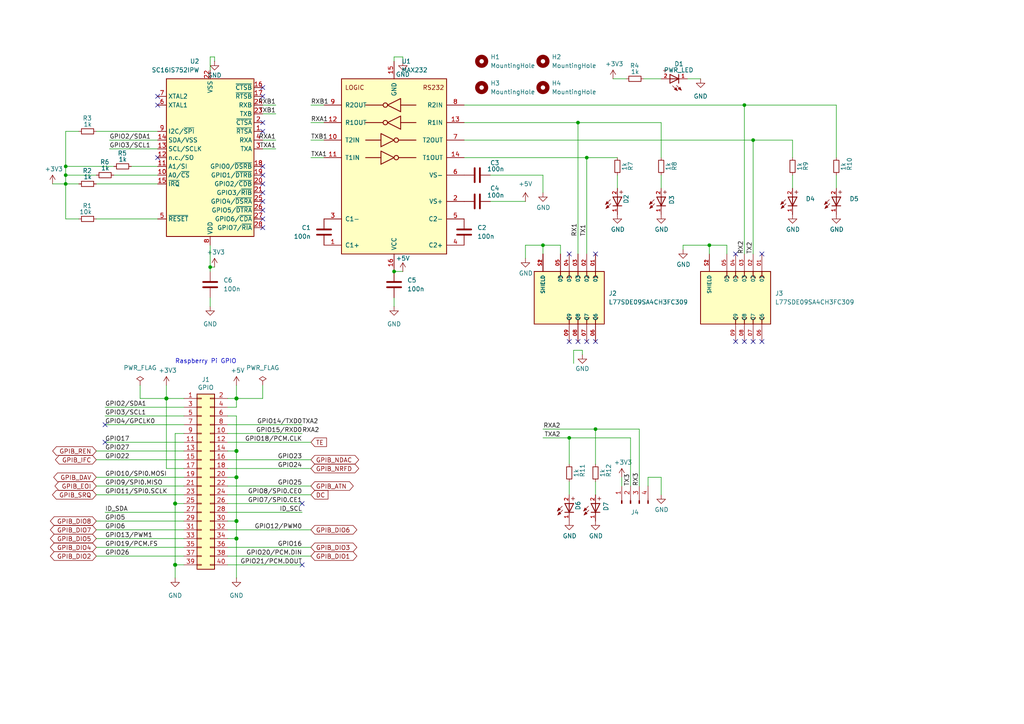
<source format=kicad_sch>
(kicad_sch (version 20250114) (generator "eeschema") (generator_version "9.0")
  (paper "A4")
  (title_block (title "Alex Harris Senior Capstone") (date "2025-03-08") (rev "3") (company "University of Utah"))
  (lib_symbols
    (symbol "+5V_1" (power) (pin_names (offset 0))
      (property "Value" "+5V" (at 0 3.556 0))
      (symbol "+5V_1_1_1"
        (pin power_in line (at 0 0 90) (length 0) (hide yes) (name "+5V") (number "1"))
      )
    )
    (symbol "Connector:Conn_01x04_Pin" (pin_names (offset 1.016) (hide yes))
      (property "Reference" "J" (at 0 5.08 0))
      (property "Value" "Conn_01x04_Pin" (at 0 -7.62 0))
      (symbol "Conn_01x04_Pin_1_1"
        (pin passive line (at 5.08 2.54 180) (length 3.81) (name "Pin_1") (number "1"))
        (pin passive line (at 5.08 0 180) (length 3.81) (name "Pin_2") (number "2"))
        (pin passive line (at 5.08 -2.54 180) (length 3.81) (name "Pin_3") (number "3"))
        (pin passive line (at 5.08 -5.08 180) (length 3.81) (name "Pin_4") (number "4"))
      )
    )
    (symbol "Connector_Generic:Conn_02x20_Odd_Even" (pin_names (offset 1.016) (hide yes))
      (property "Reference" "J" (at 1.27 25.4 0))
      (property "Value" "Conn_02x20_Odd_Even" (at 1.27 -27.94 0))
      (symbol "Conn_02x20_Odd_Even_1_1"
        (pin passive line (at -5.08 22.86 0) (length 3.81) (name "Pin_1") (number "1"))
        (pin passive line (at -5.08 20.32 0) (length 3.81) (name "Pin_3") (number "3"))
        (pin passive line (at -5.08 17.78 0) (length 3.81) (name "Pin_5") (number "5"))
        (pin passive line (at -5.08 15.24 0) (length 3.81) (name "Pin_7") (number "7"))
        (pin passive line (at -5.08 12.7 0) (length 3.81) (name "Pin_9") (number "9"))
        (pin passive line (at -5.08 10.16 0) (length 3.81) (name "Pin_11") (number "11"))
        (pin passive line (at -5.08 7.62 0) (length 3.81) (name "Pin_13") (number "13"))
        (pin passive line (at -5.08 5.08 0) (length 3.81) (name "Pin_15") (number "15"))
        (pin passive line (at -5.08 2.54 0) (length 3.81) (name "Pin_17") (number "17"))
        (pin passive line (at -5.08 0 0) (length 3.81) (name "Pin_19") (number "19"))
        (pin passive line (at -5.08 -2.54 0) (length 3.81) (name "Pin_21") (number "21"))
        (pin passive line (at -5.08 -5.08 0) (length 3.81) (name "Pin_23") (number "23"))
        (pin passive line (at -5.08 -7.62 0) (length 3.81) (name "Pin_25") (number "25"))
        (pin passive line (at -5.08 -10.16 0) (length 3.81) (name "Pin_27") (number "27"))
        (pin passive line (at -5.08 -12.7 0) (length 3.81) (name "Pin_29") (number "29"))
        (pin passive line (at -5.08 -15.24 0) (length 3.81) (name "Pin_31") (number "31"))
        (pin passive line (at -5.08 -17.78 0) (length 3.81) (name "Pin_33") (number "33"))
        (pin passive line (at -5.08 -20.32 0) (length 3.81) (name "Pin_35") (number "35"))
        (pin passive line (at -5.08 -22.86 0) (length 3.81) (name "Pin_37") (number "37"))
        (pin passive line (at -5.08 -25.4 0) (length 3.81) (name "Pin_39") (number "39"))
        (pin passive line (at 7.62 22.86 180) (length 3.81) (name "Pin_2") (number "2"))
        (pin passive line (at 7.62 20.32 180) (length 3.81) (name "Pin_4") (number "4"))
        (pin passive line (at 7.62 17.78 180) (length 3.81) (name "Pin_6") (number "6"))
        (pin passive line (at 7.62 15.24 180) (length 3.81) (name "Pin_8") (number "8"))
        (pin passive line (at 7.62 12.7 180) (length 3.81) (name "Pin_10") (number "10"))
        (pin passive line (at 7.62 10.16 180) (length 3.81) (name "Pin_12") (number "12"))
        (pin passive line (at 7.62 7.62 180) (length 3.81) (name "Pin_14") (number "14"))
        (pin passive line (at 7.62 5.08 180) (length 3.81) (name "Pin_16") (number "16"))
        (pin passive line (at 7.62 2.54 180) (length 3.81) (name "Pin_18") (number "18"))
        (pin passive line (at 7.62 0 180) (length 3.81) (name "Pin_20") (number "20"))
        (pin passive line (at 7.62 -2.54 180) (length 3.81) (name "Pin_22") (number "22"))
        (pin passive line (at 7.62 -5.08 180) (length 3.81) (name "Pin_24") (number "24"))
        (pin passive line (at 7.62 -7.62 180) (length 3.81) (name "Pin_26") (number "26"))
        (pin passive line (at 7.62 -10.16 180) (length 3.81) (name "Pin_28") (number "28"))
        (pin passive line (at 7.62 -12.7 180) (length 3.81) (name "Pin_30") (number "30"))
        (pin passive line (at 7.62 -15.24 180) (length 3.81) (name "Pin_32") (number "32"))
        (pin passive line (at 7.62 -17.78 180) (length 3.81) (name "Pin_34") (number "34"))
        (pin passive line (at 7.62 -20.32 180) (length 3.81) (name "Pin_36") (number "36"))
        (pin passive line (at 7.62 -22.86 180) (length 3.81) (name "Pin_38") (number "38"))
        (pin passive line (at 7.62 -25.4 180) (length 3.81) (name "Pin_40") (number "40"))
      )
    )
    (symbol "Device:C" (pin_numbers (hide yes)) (pin_names (offset 0.254))
      (property "Reference" "C" (at 0.635 2.54 0))
      (property "Value" "C" (at 0.635 -2.54 0))
      (symbol "C_1_1"
        (pin passive line (at 0 3.81 270) (length 2.794) (name "~") (number "1"))
        (pin passive line (at 0 -3.81 90) (length 2.794) (name "~") (number "2"))
      )
    )
    (symbol "Device:R_Small" (pin_numbers (hide yes)) (pin_names (offset 0.254) (hide yes))
      (property "Reference" "R" (at 0.762 0.508 0))
      (property "Value" "R_Small" (at 0.762 -1.016 0))
      (symbol "R_Small_1_1"
        (pin passive line (at 0 2.54 270) (length 0.762) (name "~") (number "1"))
        (pin passive line (at 0 -2.54 90) (length 0.762) (name "~") (number "2"))
      )
    )
    (symbol "GND_1" (power) (pin_numbers (hide yes)) (pin_names (offset 0) (hide yes))
      (property "Value" "GND" (at 0 -3.81 0))
      (symbol "GND_1_1_1"
        (pin power_in line (at 0 0 270) (length 0) (name "~") (number "1"))
      )
    )
    (symbol "Interface_UART:MAX232" (pin_names (offset 1.016))
      (property "Reference" "U" (at -2.54 28.575 0))
      (property "Value" "MAX232" (at -2.54 26.67 0))
      (symbol "MAX232_0_0"
        (text "LOGIC" (at -11.43 -22.86 0) (effects (font (size 1.27 1.27))))
        (text "RS232" (at 11.43 -22.86 0) (effects (font (size 1.27 1.27))))
      )
      (symbol "MAX232_1_1"
        (pin passive line (at -20.32 22.86 0) (length 5.08) (name "C1+") (number "1"))
        (pin passive line (at -20.32 15.24 0) (length 5.08) (name "C1-") (number "3"))
        (pin input line (at -20.32 -2.54 0) (length 5.08) (name "T1IN") (number "11"))
        (pin input line (at -20.32 -7.62 0) (length 5.08) (name "T2IN") (number "10"))
        (pin output line (at -20.32 -12.7 0) (length 5.08) (name "R1OUT") (number "12"))
        (pin output line (at -20.32 -17.78 0) (length 5.08) (name "R2OUT") (number "9"))
        (pin power_in line (at 0 30.48 270) (length 5.08) (name "VCC") (number "16"))
        (pin power_in line (at 0 -30.48 90) (length 5.08) (name "GND") (number "15"))
        (pin passive line (at 20.32 22.86 180) (length 5.08) (name "C2+") (number "4"))
        (pin passive line (at 20.32 15.24 180) (length 5.08) (name "C2-") (number "5"))
        (pin power_out line (at 20.32 10.16 180) (length 5.08) (name "VS+") (number "2"))
        (pin power_out line (at 20.32 2.54 180) (length 5.08) (name "VS-") (number "6"))
        (pin output line (at 20.32 -2.54 180) (length 5.08) (name "T1OUT") (number "14"))
        (pin output line (at 20.32 -7.62 180) (length 5.08) (name "T2OUT") (number "7"))
        (pin input line (at 20.32 -12.7 180) (length 5.08) (name "R1IN") (number "13"))
        (pin input line (at 20.32 -17.78 180) (length 5.08) (name "R2IN") (number "8"))
      )
    )
    (symbol "Interface_UART:SC16IS752IPW"
      (property "Reference" "U" (at -11.43 24.13 0))
      (property "Value" "SC16IS752IPW" (at 7.62 24.13 0))
      (symbol "SC16IS752IPW_1_1"
        (pin input line (at -15.24 17.78 0) (length 2.54) (name "~{RESET}") (number "5"))
        (pin open_collector line (at -15.24 7.62 0) (length 2.54) (name "~{IRQ}") (number "15"))
        (pin input line (at -15.24 5.08 0) (length 2.54) (name "A0/~{CS}") (number "10"))
        (pin input line (at -15.24 2.54 0) (length 2.54) (name "A1/SI") (number "11"))
        (pin output line (at -15.24 0 0) (length 2.54) (name "n.c./SO") (number "12"))
        (pin input line (at -15.24 -2.54 0) (length 2.54) (name "SCL/SCLK") (number "13"))
        (pin bidirectional line (at -15.24 -5.08 0) (length 2.54) (name "SDA/VSS") (number "14"))
        (pin input line (at -15.24 -7.62 0) (length 2.54) (name "I2C/~{SPI}") (number "9"))
        (pin input line (at -15.24 -15.24 0) (length 2.54) (name "XTAL1") (number "6"))
        (pin output line (at -15.24 -17.78 0) (length 2.54) (name "XTAL2") (number "7"))
        (pin power_in line (at 0 25.4 270) (length 2.54) (name "VDD") (number "8"))
        (pin power_in line (at 0 -25.4 90) (length 2.54) (name "VSS") (number "22"))
        (pin bidirectional line (at 15.24 20.32 180) (length 2.54) (name "GPIO7/~{RIA}") (number "28"))
        (pin bidirectional line (at 15.24 17.78 180) (length 2.54) (name "GPIO6/~{CDA}") (number "27"))
        (pin bidirectional line (at 15.24 15.24 180) (length 2.54) (name "GPIO5/~{DTRA}") (number "26"))
        (pin bidirectional line (at 15.24 12.7 180) (length 2.54) (name "GPIO4/~{DSRA}") (number "25"))
        (pin bidirectional line (at 15.24 10.16 180) (length 2.54) (name "GPIO3/~{RIB}") (number "21"))
        (pin bidirectional line (at 15.24 7.62 180) (length 2.54) (name "GPIO2/~{CDB}") (number "20"))
        (pin bidirectional line (at 15.24 5.08 180) (length 2.54) (name "GPIO1/~{DTRB}") (number "19"))
        (pin bidirectional line (at 15.24 2.54 180) (length 2.54) (name "GPIO0/~{DSRB}") (number "18"))
        (pin output line (at 15.24 -2.54 180) (length 2.54) (name "TXA") (number "3"))
        (pin input line (at 15.24 -5.08 180) (length 2.54) (name "RXA") (number "4"))
        (pin output line (at 15.24 -7.62 180) (length 2.54) (name "~{RTSA}") (number "1"))
        (pin input line (at 15.24 -10.16 180) (length 2.54) (name "~{CTSA}") (number "2"))
        (pin output line (at 15.24 -12.7 180) (length 2.54) (name "TXB") (number "23"))
        (pin input line (at 15.24 -15.24 180) (length 2.54) (name "RXB") (number "24"))
        (pin output line (at 15.24 -17.78 180) (length 2.54) (name "~{RTSB}") (number "17"))
        (pin input line (at 15.24 -20.32 180) (length 2.54) (name "~{CTSB}") (number "16"))
      )
    )
    (symbol "L77SDE09SA4CH3FC309:L77SDE09SA4CH3FC309" (pin_names (offset 1.016))
      (property "Reference" "J" (at -7.62 11.43 0))
      (property "Value" "L77SDE09SA4CH3FC309" (at -7.62 -12.7 0))
      (symbol "L77SDE09SA4CH3FC309_0_0"
        (pin passive line (at -12.7 7.62 0) (length 5.08) (name "01") (number "01"))
        (pin passive line (at -12.7 5.08 0) (length 5.08) (name "02") (number "02"))
        (pin passive line (at -12.7 2.54 0) (length 5.08) (name "03") (number "03"))
        (pin passive line (at -12.7 0 0) (length 5.08) (name "04") (number "04"))
        (pin passive line (at -12.7 -2.54 0) (length 5.08) (name "05") (number "05"))
        (pin passive line (at -12.7 -7.62 0) (length 5.08) (name "SHIELD") (number "S1"))
        (pin passive line (at -12.7 -7.62 0) (length 5.08) (name "SHIELD") (number "S2"))
        (pin passive line (at 12.7 7.62 180) (length 5.08) (name "06") (number "06"))
        (pin passive line (at 12.7 5.08 180) (length 5.08) (name "07") (number "07"))
        (pin passive line (at 12.7 2.54 180) (length 5.08) (name "08") (number "08"))
        (pin passive line (at 12.7 0 180) (length 5.08) (name "09") (number "09"))
      )
    )
    (symbol "Mechanical:MountingHole" (pin_names (offset 1.016)) (exclude_from_sim yes) (in_bom no)
      (property "Reference" "H" (at 0 5.08 0))
      (property "Value" "MountingHole" (at 0 3.175 0))
    )
    (symbol "WL-SMCW_0603:WL-SMCW_0603" (pin_names (offset 1.016))
      (property "Reference" "D" (at -1.988 3.972 0))
      (property "Value" "WL-SMCW_0603" (at -2.628 -3.928 0))
      (symbol "WL-SMCW_0603_0_0"
        (text "+" (at 3.08 -1.74 0) (effects (font (size 1.27 1.27)) (justify left bottom)))
        (pin passive line (at -2.54 0 0) (length 2.54) (name "~") (number "1"))
        (pin passive line (at 5.08 0 180) (length 2.54) (name "~") (number "2"))
      )
    )
    (symbol "power:+3.3V" (power) (pin_names (offset 0))
      (property "Value" "+3.3V" (at 0 3.556 0))
      (symbol "+3.3V_1_1"
        (pin power_in line (at 0 0 90) (length 0) (hide yes) (name "+3V3") (number "1"))
      )
    )
    (symbol "power:+5V" (power) (pin_numbers (hide yes)) (pin_names (offset 0) (hide yes))
      (property "Value" "+5V" (at 0 3.556 0))
      (symbol "+5V_1_1"
        (pin power_in line (at 0 0 90) (length 0) (name "~") (number "1"))
      )
    )
    (symbol "power:GND" (power) (pin_names (offset 0))
      (property "Value" "GND" (at 0 -3.81 0))
      (symbol "GND_1_1"
        (pin power_in line (at 0 0 270) (length 0) (hide yes) (name "GND") (number "1"))
      )
    )
    (symbol "power:PWR_FLAG" (power) (pin_numbers (hide yes)) (pin_names (offset 0) (hide yes))
      (property "Value" "PWR_FLAG" (at 0 3.81 0))
      (symbol "PWR_FLAG_0_0"
        (pin power_out line (at 0 0 90) (length 0) (name "~") (number "1"))
      )
    )
  )
  (text "Raspberry Pi GPIO\n" (at 59.69 104.902 0) (effects (font (size 1.27 1.27))))
  (junction (at 205.74 71.12))
  (junction (at 19.05 50.8))
  (junction (at 68.58 115.57) (diameter 1.016))
  (junction (at 68.58 130.81) (diameter 1.016))
  (junction (at 218.44 40.64))
  (junction (at 19.05 53.34))
  (junction (at 114.3 78.74))
  (junction (at 170.18 45.72))
  (junction (at 50.8 163.83) (diameter 1.016))
  (junction (at 167.64 35.56))
  (junction (at 60.96 77.47))
  (junction (at 50.8 146.05) (diameter 1.016))
  (junction (at 68.58 156.21) (diameter 1.016))
  (junction (at 68.58 151.13) (diameter 1.016))
  (junction (at 68.58 138.43) (diameter 1.016))
  (junction (at 172.72 124.46))
  (junction (at 19.05 48.26))
  (junction (at 215.9 30.48))
  (junction (at 165.1 127))
  (junction (at 48.26 115.57) (diameter 1.016))
  (junction (at 157.48 71.12))
  (no_connect (at 220.98 99.06))
  (no_connect (at 76.2 48.26))
  (no_connect (at 45.72 45.72))
  (no_connect (at 87.63 163.83))
  (no_connect (at 76.2 27.94))
  (no_connect (at 215.9 99.06))
  (no_connect (at 76.2 38.1))
  (no_connect (at 165.1 73.66))
  (no_connect (at 213.36 99.06))
  (no_connect (at 76.2 25.4))
  (no_connect (at 76.2 66.04))
  (no_connect (at 170.18 99.06))
  (no_connect (at 45.72 30.48))
  (no_connect (at 30.48 123.19))
  (no_connect (at 76.2 60.96))
  (no_connect (at 30.48 128.27))
  (no_connect (at 76.2 50.8))
  (no_connect (at 213.36 73.66))
  (no_connect (at 76.2 55.88))
  (no_connect (at 45.72 27.94))
  (no_connect (at 76.2 63.5))
  (no_connect (at 218.44 99.06))
  (no_connect (at 76.2 35.56))
  (no_connect (at 165.1 99.06))
  (no_connect (at 220.98 73.66))
  (no_connect (at 172.72 73.66))
  (no_connect (at 167.64 99.06))
  (no_connect (at 87.63 146.05))
  (no_connect (at 172.72 99.06))
  (no_connect (at 76.2 58.42))
  (no_connect (at 76.2 53.34))
  (wire (pts (xy 50.8 146.05) (xy 50.8 163.83)))
  (wire (pts (xy 66.04 146.05) (xy 87.63 146.05)))
  (wire (pts (xy 19.05 63.5) (xy 22.86 63.5)))
  (wire (pts (xy 53.34 128.27) (xy 30.48 128.27)))
  (wire (pts (xy 27.94 140.97) (xy 53.34 140.97)))
  (wire (pts (xy 166.37 101.6) (xy 168.91 101.6)))
  (wire (pts (xy 215.9 30.48) (xy 242.57 30.48)))
  (wire (pts (xy 68.58 120.65) (xy 68.58 130.81)))
  (wire (pts (xy 68.58 138.43) (xy 66.04 138.43)))
  (wire (pts (xy 187.96 138.43) (xy 187.96 140.97)))
  (wire (pts (xy 134.62 35.56) (xy 167.64 35.56)))
  (wire (pts (xy 114.3 17.78) (xy 114.3 16.51)))
  (wire (pts (xy 68.58 151.13) (xy 68.58 156.21)))
  (wire (pts (xy 180.34 138.43) (xy 180.34 140.97)))
  (wire (pts (xy 205.74 71.12) (xy 210.82 71.12)))
  (wire (pts (xy 76.2 33.02) (xy 80.01 33.02)))
  (wire (pts (xy 19.05 53.34) (xy 19.05 50.8)))
  (wire (pts (xy 68.58 138.43) (xy 68.58 151.13)))
  (wire (pts (xy 66.04 123.19) (xy 87.63 123.19)))
  (wire (pts (xy 60.96 20.32) (xy 60.96 16.51)))
  (wire (pts (xy 187.96 138.43) (xy 191.77 138.43)))
  (wire (pts (xy 50.8 125.73) (xy 50.8 146.05)))
  (wire (pts (xy 114.3 78.74) (xy 116.84 78.74)))
  (wire (pts (xy 165.1 139.7) (xy 165.1 143.51)))
  (wire (pts (xy 31.75 40.64) (xy 45.72 40.64)))
  (wire (pts (xy 198.12 71.12) (xy 205.74 71.12)))
  (wire (pts (xy 50.8 125.73) (xy 53.34 125.73)))
  (wire (pts (xy 66.04 143.51) (xy 90.17 143.51)))
  (wire (pts (xy 27.94 133.35) (xy 53.34 133.35)))
  (wire (pts (xy 19.05 48.26) (xy 19.05 38.1)))
  (wire (pts (xy 53.34 148.59) (xy 30.48 148.59)))
  (wire (pts (xy 205.74 71.12) (xy 205.74 73.66)))
  (wire (pts (xy 198.12 71.12) (xy 198.12 72.39)))
  (wire (pts (xy 27.94 153.67) (xy 53.34 153.67)))
  (wire (pts (xy 172.72 124.46) (xy 172.72 134.62)))
  (wire (pts (xy 90.17 35.56) (xy 93.98 35.56)))
  (wire (pts (xy 50.8 146.05) (xy 53.34 146.05)))
  (wire (pts (xy 199.39 22.86) (xy 203.2 22.86)))
  (wire (pts (xy 38.1 48.26) (xy 45.72 48.26)))
  (wire (pts (xy 90.17 30.48) (xy 93.98 30.48)))
  (wire (pts (xy 66.04 133.35) (xy 90.17 133.35)))
  (wire (pts (xy 27.94 38.1) (xy 45.72 38.1)))
  (wire (pts (xy 157.48 71.12) (xy 157.48 73.66)))
  (wire (pts (xy 60.96 16.51) (xy 62.23 16.51)))
  (wire (pts (xy 167.64 35.56) (xy 167.64 73.66)))
  (wire (pts (xy 191.77 35.56) (xy 191.77 45.72)))
  (wire (pts (xy 66.04 163.83) (xy 87.63 163.83)))
  (wire (pts (xy 50.8 163.83) (xy 50.8 167.64)))
  (wire (pts (xy 48.26 111.76) (xy 48.26 115.57)))
  (wire (pts (xy 114.3 16.51) (xy 116.84 16.51)))
  (wire (pts (xy 166.37 105.41) (xy 166.37 101.6)))
  (wire (pts (xy 19.05 50.8) (xy 27.94 50.8)))
  (wire (pts (xy 90.17 45.72) (xy 93.98 45.72)))
  (wire (pts (xy 165.1 127) (xy 165.1 134.62)))
  (wire (pts (xy 68.58 156.21) (xy 66.04 156.21)))
  (wire (pts (xy 68.58 115.57) (xy 76.2 115.57)))
  (wire (pts (xy 134.62 30.48) (xy 215.9 30.48)))
  (wire (pts (xy 27.94 161.29) (xy 53.34 161.29)))
  (wire (pts (xy 30.48 120.65) (xy 53.34 120.65)))
  (wire (pts (xy 182.88 127) (xy 182.88 140.97)))
  (wire (pts (xy 165.1 127) (xy 182.88 127)))
  (wire (pts (xy 242.57 30.48) (xy 242.57 45.72)))
  (wire (pts (xy 172.72 124.46) (xy 185.42 124.46)))
  (wire (pts (xy 191.77 50.8) (xy 191.77 54.61)))
  (wire (pts (xy 40.64 111.76) (xy 40.64 115.57)))
  (wire (pts (xy 170.18 45.72) (xy 170.18 73.66)))
  (wire (pts (xy 167.64 35.56) (xy 191.77 35.56)))
  (wire (pts (xy 48.26 135.89) (xy 53.34 135.89)))
  (wire (pts (xy 76.2 115.57) (xy 76.2 111.76)))
  (wire (pts (xy 19.05 63.5) (xy 19.05 53.34)))
  (wire (pts (xy 185.42 124.46) (xy 185.42 140.97)))
  (wire (pts (xy 76.2 43.18) (xy 80.01 43.18)))
  (wire (pts (xy 19.05 53.34) (xy 22.86 53.34)))
  (wire (pts (xy 60.96 78.74) (xy 60.96 77.47)))
  (wire (pts (xy 53.34 118.11) (xy 30.48 118.11)))
  (wire (pts (xy 172.72 139.7) (xy 172.72 143.51)))
  (wire (pts (xy 68.58 115.57) (xy 68.58 118.11)))
  (wire (pts (xy 68.58 130.81) (xy 68.58 138.43)))
  (wire (pts (xy 218.44 40.64) (xy 229.87 40.64)))
  (wire (pts (xy 66.04 128.27) (xy 90.17 128.27)))
  (wire (pts (xy 229.87 40.64) (xy 229.87 45.72)))
  (wire (pts (xy 68.58 130.81) (xy 66.04 130.81)))
  (wire (pts (xy 134.62 45.72) (xy 170.18 45.72)))
  (wire (pts (xy 68.58 111.76) (xy 68.58 115.57)))
  (wire (pts (xy 157.48 50.8) (xy 142.24 50.8)))
  (wire (pts (xy 114.3 86.36) (xy 114.3 88.9)))
  (wire (pts (xy 30.48 123.19) (xy 53.34 123.19)))
  (wire (pts (xy 186.69 22.86) (xy 191.77 22.86)))
  (wire (pts (xy 68.58 115.57) (xy 66.04 115.57)))
  (wire (pts (xy 48.26 115.57) (xy 48.26 135.89)))
  (wire (pts (xy 66.04 135.89) (xy 90.17 135.89)))
  (wire (pts (xy 66.04 125.73) (xy 87.63 125.73)))
  (wire (pts (xy 40.64 115.57) (xy 48.26 115.57)))
  (wire (pts (xy 218.44 40.64) (xy 218.44 73.66)))
  (wire (pts (xy 229.87 50.8) (xy 229.87 54.61)))
  (wire (pts (xy 242.57 50.8) (xy 242.57 54.61)))
  (wire (pts (xy 27.94 151.13) (xy 53.34 151.13)))
  (wire (pts (xy 152.4 71.12) (xy 157.48 71.12)))
  (wire (pts (xy 19.05 50.8) (xy 19.05 48.26)))
  (wire (pts (xy 215.9 30.48) (xy 215.9 73.66)))
  (wire (pts (xy 162.56 71.12) (xy 162.56 73.66)))
  (wire (pts (xy 177.8 22.86) (xy 181.61 22.86)))
  (wire (pts (xy 19.05 38.1) (xy 22.86 38.1)))
  (wire (pts (xy 27.94 130.81) (xy 53.34 130.81)))
  (wire (pts (xy 27.94 53.34) (xy 45.72 53.34)))
  (wire (pts (xy 68.58 118.11) (xy 66.04 118.11)))
  (wire (pts (xy 116.84 16.51) (xy 116.84 17.78)))
  (wire (pts (xy 33.02 50.8) (xy 45.72 50.8)))
  (wire (pts (xy 66.04 158.75) (xy 90.17 158.75)))
  (wire (pts (xy 66.04 153.67) (xy 90.17 153.67)))
  (wire (pts (xy 50.8 163.83) (xy 53.34 163.83)))
  (wire (pts (xy 27.94 138.43) (xy 53.34 138.43)))
  (wire (pts (xy 66.04 161.29) (xy 90.17 161.29)))
  (wire (pts (xy 210.82 71.12) (xy 210.82 73.66)))
  (wire (pts (xy 68.58 120.65) (xy 66.04 120.65)))
  (wire (pts (xy 168.91 101.6) (xy 168.91 102.87)))
  (wire (pts (xy 62.23 77.47) (xy 60.96 77.47)))
  (wire (pts (xy 19.05 48.26) (xy 33.02 48.26)))
  (wire (pts (xy 27.94 63.5) (xy 45.72 63.5)))
  (wire (pts (xy 90.17 40.64) (xy 93.98 40.64)))
  (wire (pts (xy 157.48 127) (xy 165.1 127)))
  (wire (pts (xy 142.24 58.42) (xy 152.4 58.42)))
  (wire (pts (xy 191.77 138.43) (xy 191.77 143.51)))
  (wire (pts (xy 157.48 55.88) (xy 157.48 50.8)))
  (wire (pts (xy 27.94 156.21) (xy 53.34 156.21)))
  (wire (pts (xy 60.96 86.36) (xy 60.96 88.9)))
  (wire (pts (xy 157.48 71.12) (xy 162.56 71.12)))
  (wire (pts (xy 31.75 43.18) (xy 45.72 43.18)))
  (wire (pts (xy 134.62 40.64) (xy 218.44 40.64)))
  (wire (pts (xy 170.18 45.72) (xy 179.07 45.72)))
  (wire (pts (xy 27.94 158.75) (xy 53.34 158.75)))
  (wire (pts (xy 68.58 156.21) (xy 68.58 167.64)))
  (wire (pts (xy 66.04 140.97) (xy 90.17 140.97)))
  (wire (pts (xy 157.48 124.46) (xy 172.72 124.46)))
  (wire (pts (xy 27.94 143.51) (xy 53.34 143.51)))
  (wire (pts (xy 76.2 40.64) (xy 80.01 40.64)))
  (wire (pts (xy 60.96 71.12) (xy 60.96 77.47)))
  (wire (pts (xy 68.58 151.13) (xy 66.04 151.13)))
  (wire (pts (xy 179.07 50.8) (xy 179.07 54.61)))
  (wire (pts (xy 152.4 71.12) (xy 152.4 74.93)))
  (wire (pts (xy 48.26 115.57) (xy 53.34 115.57)))
  (wire (pts (xy 76.2 30.48) (xy 80.01 30.48)))
  (wire (pts (xy 62.23 16.51) (xy 62.23 17.78)))
  (wire (pts (xy 15.24 53.34) (xy 19.05 53.34)))
  (wire (pts (xy 66.04 148.59) (xy 87.63 148.59)))
  (label "ID_SDA" (at 30.48 148.59 0))
  (label "GPIO2{slash}SDA1" (at 31.75 40.64 0))
  (label "GPIO6" (at 30.48 153.67 0))
  (label "TXB1" (at 90.17 40.64 0))
  (label "RXA2" (at 87.63 125.73 0))
  (label "TX3" (at 182.88 140.97 90))
  (label "TXA2" (at 87.63 123.19 0))
  (label "ID_SCL" (at 87.63 148.59 180))
  (label "GPIO5" (at 30.48 151.13 0))
  (label "GPIO3{slash}SCL1" (at 31.75 43.18 0))
  (label "GPIO21{slash}PCM.DOUT" (at 87.63 163.83 180))
  (label "GPIO19{slash}PCM.FS" (at 30.48 158.75 0))
  (label "GPIO10{slash}SPI0.MOSI" (at 30.48 138.43 0))
  (label "GPIO9{slash}SPI0.MISO" (at 30.48 140.97 0))
  (label "GPIO23" (at 87.63 133.35 180))
  (label "RXA1" (at 80.01 40.64 180))
  (label "GPIO4{slash}GPCLK0" (at 30.48 123.19 0))
  (label "GPIO27" (at 30.48 130.81 0))
  (label "GPIO26" (at 30.48 161.29 0))
  (label "TXA1" (at 80.01 43.18 180))
  (label "GPIO14{slash}TXD0" (at 87.63 123.19 180))
  (label "GPIO8{slash}SPI0.CE0" (at 87.63 143.51 180))
  (label "GPIO15{slash}RXD0" (at 87.63 125.73 180))
  (label "RX2" (at 215.9 73.66 90))
  (label "GPIO16" (at 87.63 158.75 180))
  (label "RXA2" (at 162.56 124.46 180))
  (label "RXA1" (at 90.17 35.56 0))
  (label "GPIO22" (at 30.48 133.35 0))
  (label "GPIO2{slash}SDA1" (at 30.48 118.11 0))
  (label "GPIO17" (at 30.48 128.27 0))
  (label "TXB1" (at 80.01 33.02 180))
  (label "GPIO25" (at 87.63 140.97 180))
  (label "RXB1" (at 90.17 30.48 0))
  (label "GPIO3{slash}SCL1" (at 30.48 120.65 0))
  (label "GPIO18{slash}PCM.CLK" (at 87.63 128.27 180))
  (label "GPIO12{slash}PWM0" (at 87.63 153.67 180))
  (label "RX3" (at 185.42 140.97 90))
  (label "GPIO13{slash}PWM1" (at 30.48 156.21 0))
  (label "GPIO20{slash}PCM.DIN" (at 87.63 161.29 180))
  (label "GPIO24" (at 87.63 135.89 180))
  (label "TX2" (at 218.44 73.66 90))
  (label "GPIO7{slash}SPI0.CE1" (at 87.63 146.05 180))
  (label "RX1" (at 167.64 68.58 90))
  (label "RXB1" (at 80.01 30.48 180))
  (label "TXA1" (at 90.17 45.72 0))
  (label "TXA2" (at 162.56 127 180))
  (label "GPIO11{slash}SPI0.SCLK" (at 30.48 143.51 0))
  (label "TX1" (at 170.18 68.58 90))
  (global_label "GPIB_DIO2" (shape bidirectional) (at 27.94 161.29 180) (property "Intersheetrefs" "${INTERSHEET_REFS}" (effects (hide yes))))
  (global_label "TE" (shape input) (at 90.17 128.27 0) (property "Intersheetrefs" "${INTERSHEET_REFS}" (effects (hide yes))))
  (global_label "GPIB_SRQ" (shape bidirectional) (at 27.94 143.51 180) (property "Intersheetrefs" "${INTERSHEET_REFS}" (effects (hide yes))))
  (global_label "GPIB_EOI" (shape bidirectional) (at 27.94 140.97 180) (property "Intersheetrefs" "${INTERSHEET_REFS}" (effects (hide yes))))
  (global_label "GPIB_NRFD" (shape bidirectional) (at 90.17 135.89 0) (property "Intersheetrefs" "${INTERSHEET_REFS}" (effects (hide yes))))
  (global_label "GPIB_DIO1" (shape bidirectional) (at 90.17 161.29 0) (property "Intersheetrefs" "${INTERSHEET_REFS}" (effects (hide yes))))
  (global_label "DC" (shape input) (at 90.17 143.51 0) (property "Intersheetrefs" "${INTERSHEET_REFS}" (effects (hide yes))))
  (global_label "GPIB_DIO4" (shape bidirectional) (at 27.94 158.75 180) (property "Intersheetrefs" "${INTERSHEET_REFS}" (effects (hide yes))))
  (global_label "GPIB_DIO8" (shape bidirectional) (at 27.94 151.13 180) (property "Intersheetrefs" "${INTERSHEET_REFS}" (effects (hide yes))))
  (global_label "GPIB_DIO6" (shape bidirectional) (at 90.17 153.67 0) (property "Intersheetrefs" "${INTERSHEET_REFS}" (effects (hide yes))))
  (global_label "GPIB_DIO3" (shape bidirectional) (at 90.17 158.75 0) (property "Intersheetrefs" "${INTERSHEET_REFS}" (effects (hide yes))))
  (global_label "GPIB_DIO5" (shape bidirectional) (at 27.94 156.21 180) (property "Intersheetrefs" "${INTERSHEET_REFS}" (effects (hide yes))))
  (global_label "GPIB_ATN" (shape bidirectional) (at 90.17 140.97 0) (property "Intersheetrefs" "${INTERSHEET_REFS}" (effects (hide yes))))
  (global_label "GPIB_DIO7" (shape bidirectional) (at 27.94 153.67 180) (property "Intersheetrefs" "${INTERSHEET_REFS}" (effects (hide yes))))
  (global_label "GPIB_REN" (shape bidirectional) (at 27.94 130.81 180) (property "Intersheetrefs" "${INTERSHEET_REFS}" (effects (hide yes))))
  (global_label "GPIB_DAV" (shape bidirectional) (at 27.94 138.43 180) (property "Intersheetrefs" "${INTERSHEET_REFS}" (effects (hide yes))))
  (global_label "GPIB_IFC" (shape bidirectional) (at 27.94 133.35 180) (property "Intersheetrefs" "${INTERSHEET_REFS}" (effects (hide yes))))
  (global_label "GPIB_NDAC" (shape bidirectional) (at 90.17 133.35 0) (property "Intersheetrefs" "${INTERSHEET_REFS}" (effects (hide yes))))
  (symbol (lib_name "+5V_1") (lib_id "power:+5V") (at 68.58 111.76 0) (unit 1)
    (property "Reference" "#PWR01" (effects (hide yes)))
    (property "Value" "+5V" (at 68.9483 107.4356 0))
  )
  (symbol (lib_id "power:+3.3V") (at 48.26 111.76 0) (unit 1)
    (property "Reference" "#PWR04" (effects (hide yes)))
    (property "Value" "+3V3" (at 48.6283 107.4356 0))
  )
  (symbol (lib_id "Connector_Generic:Conn_02x20_Odd_Even") (at 58.42 138.43 0) (unit 1)
    (property "Reference" "J1" (at 59.69 110.0898 0))
    (property "Value" "GPIO" (at 59.69 112.395 0))
    (property "Footprint" "Connector_PinSocket_2.54mm:PinSocket_2x20_P2.54mm_Vertical" (effects (hide yes)))
  )
  (symbol (lib_id "power:GND") (at 198.12 72.39 0) (unit 1)
    (property "Reference" "#PWR06" (effects (hide yes)))
    (property "Value" "GND" (at 198.2343 76.7144 0))
  )
  (symbol (lib_id "Device:C") (at 93.98 67.31 0) (mirror y) (unit 1)
    (property "Reference" "C1" (at 90.17 66.0399 0) (effects (justify left)))
    (property "Value" "100n" (at 90.17 68.5799 0) (effects (justify left)))
    (property "Footprint" "Capacitor_SMD:C_0805_2012Metric" (effects (hide yes)))
    (property "Description" "Unpolarized capacitor" (effects (hide yes)))
  )
  (symbol (lib_id "Device:R_Small") (at 30.48 50.8 90) (unit 1)
    (property "Reference" "R6" (at 31.75 46.99 90) (effects (justify left)))
    (property "Value" "1k" (at 31.75 48.768 90) (effects (justify left)))
    (property "Footprint" "Resistor_SMD:R_0805_2012Metric_Pad1.20x1.40mm_HandSolder" (effects (hide yes)))
  )
  (symbol (lib_id "Device:R_Small") (at 25.4 38.1 90) (unit 1)
    (property "Reference" "R3" (at 26.67 34.29 90) (effects (justify left)))
    (property "Value" "1k" (at 26.67 36.068 90) (effects (justify left)))
    (property "Footprint" "Resistor_SMD:R_0805_2012Metric_Pad1.20x1.40mm_HandSolder" (effects (hide yes)))
  )
  (symbol (lib_id "power:+3.3V") (at 15.24 53.34 0) (unit 1)
    (property "Reference" "#PWR012" (effects (hide yes)))
    (property "Value" "+3V3" (at 15.6083 49.0156 0))
  )
  (symbol (lib_id "power:+5V") (at 152.4 58.42 0) (unit 1)
    (property "Reference" "#PWR09" (effects (hide yes)))
    (property "Value" "+5V" (at 152.4 53.34 0))
    (property "Description" "Power symbol creates a global label with name \"+5V\"" (effects (hide yes)))
  )
  (symbol (lib_id "power:GND") (at 165.1 151.13 0) (unit 1)
    (property "Reference" "#PWR037" (effects (hide yes)))
    (property "Value" "GND" (at 165.2143 155.4544 0))
  )
  (symbol (lib_id "Device:C") (at 114.3 82.55 0) (unit 1)
    (property "Reference" "C5" (at 118.11 81.2799 0) (effects (justify left)))
    (property "Value" "100n" (at 118.11 83.8199 0) (effects (justify left)))
    (property "Footprint" "Capacitor_SMD:C_0805_2012Metric" (effects (hide yes)))
    (property "Description" "Unpolarized capacitor" (effects (hide yes)))
  )
  (symbol (lib_id "L77SDE09SA4CH3FC309:L77SDE09SA4CH3FC309") (at 213.36 86.36 270) (unit 1)
    (property "Reference" "J3" (at 224.79 85.0899 90) (effects (justify left)))
    (property "Value" "L77SDE09SA4CH3FC309" (at 224.79 87.6299 90) (effects (justify left)))
    (property "Footprint" "L77SDE09SA4CH3FC309:AMPHENOL_L77SDE09SA4CH3FC309" (effects (hide yes)))
    (property "MF" "Amphenol ICC (Commercial Products)" (effects (hide yes)))
    (property "MAXIMUM_PACKAGE_HEIGHT" "12.55mm" (effects (hide yes)))
    (property "Package" "None" (effects (hide yes)))
    (property "Price" "None" (effects (hide yes)))
    (property "Check_prices" "https://www.snapeda.com/parts/L77SDE09SA4CH3FC309/Amphenol/view-part/?ref=eda" (effects (hide yes)))
    (property "STANDARD" "Manufacturer Recommendations" (effects (hide yes)))
    (property "PARTREV" "1" (effects (hide yes)))
    (property "SnapEDA_Link" "https://www.snapeda.com/parts/L77SDE09SA4CH3FC309/Amphenol/view-part/?ref=snap" (effects (hide yes)))
    (property "MP" "L77SDE09SA4CH3FC309" (effects (hide yes)))
    (property "Description_1" "\n                        \n                            Dsub, Stamped Signal 3A, Right Angle PCB Through Hole, FP=8.08mm (0.318in), Row Pitch 2.84mm, 09 Socket, 0.76m (30in) Gold, Bright Tin Shell, M3 Front Screwlock, Ground Tab with Boardlock\n                        \n" (effects (hide yes)))
    (property "Availability" "In Stock" (effects (hide yes)))
    (property "MANUFACTURER" "Amphenol" (effects (hide yes)))
  )
  (symbol (lib_id "Device:C") (at 138.43 50.8 90) (unit 1)
    (property "Reference" "C3" (at 143.51 47.244 90))
    (property "Value" "100n" (at 143.764 49.022 90))
    (property "Footprint" "Capacitor_SMD:C_0805_2012Metric" (effects (hide yes)))
    (property "Description" "Unpolarized capacitor" (effects (hide yes)))
  )
  (symbol (lib_id "power:GND") (at 191.77 143.51 0) (unit 1)
    (property "Reference" "#PWR026" (effects (hide yes)))
    (property "Value" "GND" (at 191.8843 147.8344 0))
  )
  (symbol (lib_id "power:PWR_FLAG") (at 76.2 111.76 0) (unit 1)
    (property "Reference" "#FLG01" (effects (hide yes)))
    (property "Value" "PWR_FLAG" (at 76.2 106.68 0))
    (property "Description" "Special symbol for telling ERC where power comes from" (effects (hide yes)))
  )
  (symbol (lib_id "WL-SMCW_0603:WL-SMCW_0603") (at 191.77 59.69 90) (unit 1)
    (property "Reference" "D3" (at 194.818 56.642 0) (effects (justify right)))
    (property "Value" "WL-SMCW_0603" (effects (hide yes)))
    (property "Footprint" "WL-SMCW_0603:WL-SMCW_0603" (effects (hide yes)))
    (property "MF" "Wurth Elektronik" (effects (hide yes)))
    (property "Description_1" "0603, Bright Green, Typ.(@20mA): 570nm, 40mcd, 2.0V, 140° AlInGaP" (effects (hide yes)))
    (property "Package" "0603 Würth Elektronik" (effects (hide yes)))
    (property "Price" "None" (effects (hide yes)))
    (property "SnapEDA_Link" "https://www.snapeda.com/parts/150060VS75000/Wurth+Electronics/view-part/?ref=snap" (effects (hide yes)))
    (property "MP" "150060VS75000" (effects (hide yes)))
    (property "Availability" "In Stock" (effects (hide yes)))
    (property "Check_prices" "https://www.snapeda.com/parts/150060VS75000/Wurth+Electronics/view-part/?ref=eda" (effects (hide yes)))
  )
  (symbol (lib_id "Device:R_Small") (at 165.1 137.16 0) (unit 1)
    (property "Reference" "R11" (at 168.91 138.43 90) (effects (justify left)))
    (property "Value" "1k" (at 167.132 138.43 90) (effects (justify left)))
    (property "Footprint" "Resistor_SMD:R_0805_2012Metric_Pad1.20x1.40mm_HandSolder" (effects (hide yes)))
  )
  (symbol (lib_id "Device:R_Small") (at 35.56 48.26 90) (unit 1)
    (property "Reference" "R5" (at 36.83 44.45 90) (effects (justify left)))
    (property "Value" "1k" (at 36.83 46.228 90) (effects (justify left)))
    (property "Footprint" "Resistor_SMD:R_0805_2012Metric_Pad1.20x1.40mm_HandSolder" (effects (hide yes)))
  )
  (symbol (lib_name "GND_1") (lib_id "power:GND") (at 50.8 167.64 0) (unit 1)
    (property "Reference" "#PWR02" (effects (hide yes)))
    (property "Value" "GND" (at 50.8 172.72 0))
    (property "Description" "Power symbol creates a global label with name \"GND\" , ground" (effects (hide yes)))
  )
  (symbol (lib_id "WL-SMCW_0603:WL-SMCW_0603") (at 179.07 59.69 90) (unit 1)
    (property "Reference" "D2" (at 181.61 56.388 0) (effects (justify right)))
    (property "Value" "WL-SMCW_0603" (effects (hide yes)))
    (property "Footprint" "WL-SMCW_0603:WL-SMCW_0603" (effects (hide yes)))
    (property "MF" "Wurth Elektronik" (effects (hide yes)))
    (property "Description_1" "0603, Bright Green, Typ.(@20mA): 570nm, 40mcd, 2.0V, 140° AlInGaP" (effects (hide yes)))
    (property "Package" "0603 Würth Elektronik" (effects (hide yes)))
    (property "Price" "None" (effects (hide yes)))
    (property "SnapEDA_Link" "https://www.snapeda.com/parts/150060VS75000/Wurth+Electronics/view-part/?ref=snap" (effects (hide yes)))
    (property "MP" "150060VS75000" (effects (hide yes)))
    (property "Availability" "In Stock" (effects (hide yes)))
    (property "Check_prices" "https://www.snapeda.com/parts/150060VS75000/Wurth+Electronics/view-part/?ref=eda" (effects (hide yes)))
  )
  (symbol (lib_id "Device:C") (at 60.96 82.55 0) (unit 1)
    (property "Reference" "C6" (at 64.77 81.2799 0) (effects (justify left)))
    (property "Value" "100n" (at 64.77 83.8199 0) (effects (justify left)))
    (property "Footprint" "Capacitor_SMD:C_0805_2012Metric" (effects (hide yes)))
    (property "Description" "Unpolarized capacitor" (effects (hide yes)))
  )
  (symbol (lib_id "WL-SMCW_0603:WL-SMCW_0603") (at 172.72 148.59 90) (unit 1)
    (property "Reference" "D7" (at 175.768 145.542 0) (effects (justify right)))
    (property "Value" "WL-SMCW_0603" (effects (hide yes)))
    (property "Footprint" "WL-SMCW_0603:WL-SMCW_0603" (effects (hide yes)))
    (property "MF" "Wurth Elektronik" (effects (hide yes)))
    (property "Description_1" "0603, Bright Green, Typ.(@20mA): 570nm, 40mcd, 2.0V, 140° AlInGaP" (effects (hide yes)))
    (property "Package" "0603 Würth Elektronik" (effects (hide yes)))
    (property "Price" "None" (effects (hide yes)))
    (property "SnapEDA_Link" "https://www.snapeda.com/parts/150060VS75000/Wurth+Electronics/view-part/?ref=snap" (effects (hide yes)))
    (property "MP" "150060VS75000" (effects (hide yes)))
    (property "Availability" "In Stock" (effects (hide yes)))
    (property "Check_prices" "https://www.snapeda.com/parts/150060VS75000/Wurth+Electronics/view-part/?ref=eda" (effects (hide yes)))
  )
  (symbol (lib_id "Mechanical:MountingHole") (at 139.7 25.4 0) (unit 1) (exclude_from_sim yes) (in_bom no)
    (property "Reference" "H3" (at 142.24 24.1299 0) (effects (justify left)))
    (property "Value" "MountingHole" (at 142.24 26.6699 0) (effects (justify left)))
    (property "Footprint" "MountingHole:MountingHole_2.7mm_M2.5" (effects (hide yes)))
    (property "Description" "Mounting Hole without connection" (effects (hide yes)))
  )
  (symbol (lib_name "GND_1") (lib_id "power:GND") (at 68.58 167.64 0) (unit 1)
    (property "Reference" "#PWR03" (effects (hide yes)))
    (property "Value" "GND" (at 68.58 172.72 0))
    (property "Description" "Power symbol creates a global label with name \"GND\" , ground" (effects (hide yes)))
  )
  (symbol (lib_id "power:GND") (at 242.57 62.23 0) (unit 1)
    (property "Reference" "#PWR021" (effects (hide yes)))
    (property "Value" "GND" (at 242.6843 66.5544 0))
  )
  (symbol (lib_name "GND_1") (lib_id "power:GND") (at 114.3 88.9 0) (unit 1)
    (property "Reference" "#PWR018" (effects (hide yes)))
    (property "Value" "GND" (at 114.3 93.98 0))
    (property "Description" "Power symbol creates a global label with name \"GND\" , ground" (effects (hide yes)))
  )
  (symbol (lib_id "power:GND") (at 179.07 62.23 0) (unit 1)
    (property "Reference" "#PWR013" (effects (hide yes)))
    (property "Value" "GND" (at 179.1843 66.5544 0))
  )
  (symbol (lib_id "Device:C") (at 138.43 58.42 90) (unit 1)
    (property "Reference" "C4" (at 143.51 54.61 90))
    (property "Value" "100n" (at 143.764 56.642 90))
    (property "Footprint" "Capacitor_SMD:C_0805_2012Metric" (effects (hide yes)))
    (property "Description" "Unpolarized capacitor" (effects (hide yes)))
  )
  (symbol (lib_id "WL-SMCW_0603:WL-SMCW_0603") (at 196.85 22.86 180) (unit 1)
    (property "Reference" "D1" (at 195.58 18.542 0) (effects (justify right)))
    (property "Value" "PWR_LED" (at 192.532 20.32 0) (effects (justify right)))
    (property "Footprint" "WL-SMCW_0603:WL-SMCW_0603" (effects (hide yes)))
    (property "Description" "PWR_LED" (effects (hide yes)))
    (property "MF" "Wurth Elektronik" (effects (hide yes)))
    (property "Description_1" "0603, Bright Green, Typ.(@20mA): 570nm, 40mcd, 2.0V, 140° AlInGaP" (effects (hide yes)))
    (property "Package" "0603 Würth Elektronik" (effects (hide yes)))
    (property "Price" "None" (effects (hide yes)))
    (property "SnapEDA_Link" "https://www.snapeda.com/parts/150060VS75000/Wurth+Electronics/view-part/?ref=snap" (effects (hide yes)))
    (property "MP" "150060VS75000" (effects (hide yes)))
    (property "Availability" "In Stock" (effects (hide yes)))
    (property "Check_prices" "https://www.snapeda.com/parts/150060VS75000/Wurth+Electronics/view-part/?ref=eda" (effects (hide yes)))
  )
  (symbol (lib_id "Device:R_Small") (at 25.4 63.5 90) (unit 1)
    (property "Reference" "R1" (at 26.67 59.69 90) (effects (justify left)))
    (property "Value" "10k" (at 26.67 61.468 90) (effects (justify left)))
    (property "Footprint" "Resistor_SMD:R_0805_2012Metric_Pad1.20x1.40mm_HandSolder" (effects (hide yes)))
  )
  (symbol (lib_id "WL-SMCW_0603:WL-SMCW_0603") (at 229.87 59.69 90) (unit 1)
    (property "Reference" "D4" (at 233.68 57.6716 90) (effects (justify right)))
    (property "Value" "WL-SMCW_0603" (effects (hide yes)))
    (property "Footprint" "WL-SMCW_0603:WL-SMCW_0603" (effects (hide yes)))
    (property "MF" "Wurth Elektronik" (effects (hide yes)))
    (property "Description_1" "0603, Bright Green, Typ.(@20mA): 570nm, 40mcd, 2.0V, 140° AlInGaP" (effects (hide yes)))
    (property "Package" "0603 Würth Elektronik" (effects (hide yes)))
    (property "Price" "None" (effects (hide yes)))
    (property "SnapEDA_Link" "https://www.snapeda.com/parts/150060VS75000/Wurth+Electronics/view-part/?ref=snap" (effects (hide yes)))
    (property "MP" "150060VS75000" (effects (hide yes)))
    (property "Availability" "In Stock" (effects (hide yes)))
    (property "Check_prices" "https://www.snapeda.com/parts/150060VS75000/Wurth+Electronics/view-part/?ref=eda" (effects (hide yes)))
  )
  (symbol (lib_id "Device:R_Small") (at 242.57 48.26 0) (unit 1)
    (property "Reference" "R10" (at 246.38 49.53 90) (effects (justify left)))
    (property "Value" "1k" (at 244.602 49.53 90) (effects (justify left)))
    (property "Footprint" "Resistor_SMD:R_0805_2012Metric_Pad1.20x1.40mm_HandSolder" (effects (hide yes)))
  )
  (symbol (lib_id "Device:R_Small") (at 25.4 53.34 90) (unit 1)
    (property "Reference" "R2" (at 26.67 49.53 90) (effects (justify left)))
    (property "Value" "1k" (at 26.67 51.308 90) (effects (justify left)))
    (property "Footprint" "Resistor_SMD:R_0805_2012Metric_Pad1.20x1.40mm_HandSolder" (effects (hide yes)))
  )
  (symbol (lib_id "WL-SMCW_0603:WL-SMCW_0603") (at 165.1 148.59 90) (unit 1)
    (property "Reference" "D6" (at 167.64 145.288 0) (effects (justify right)))
    (property "Value" "WL-SMCW_0603" (effects (hide yes)))
    (property "Footprint" "WL-SMCW_0603:WL-SMCW_0603" (effects (hide yes)))
    (property "MF" "Wurth Elektronik" (effects (hide yes)))
    (property "Description_1" "0603, Bright Green, Typ.(@20mA): 570nm, 40mcd, 2.0V, 140° AlInGaP" (effects (hide yes)))
    (property "Package" "0603 Würth Elektronik" (effects (hide yes)))
    (property "Price" "None" (effects (hide yes)))
    (property "SnapEDA_Link" "https://www.snapeda.com/parts/150060VS75000/Wurth+Electronics/view-part/?ref=snap" (effects (hide yes)))
    (property "MP" "150060VS75000" (effects (hide yes)))
    (property "Availability" "In Stock" (effects (hide yes)))
    (property "Check_prices" "https://www.snapeda.com/parts/150060VS75000/Wurth+Electronics/view-part/?ref=eda" (effects (hide yes)))
  )
  (symbol (lib_id "power:+3.3V") (at 62.23 77.47 0) (unit 1)
    (property "Reference" "#PWR014" (effects (hide yes)))
    (property "Value" "+3V3" (at 62.5983 73.1456 0))
  )
  (symbol (lib_id "Device:R_Small") (at 184.15 22.86 90) (unit 1)
    (property "Reference" "R4" (at 185.42 19.05 90) (effects (justify left)))
    (property "Value" "1k" (at 185.42 20.828 90) (effects (justify left)))
    (property "Footprint" "Resistor_SMD:R_0805_2012Metric_Pad1.20x1.40mm_HandSolder" (effects (hide yes)))
  )
  (symbol (lib_name "GND_1") (lib_id "power:GND") (at 62.23 17.78 0) (unit 1)
    (property "Reference" "#PWR019" (effects (hide yes)))
    (property "Value" "GND" (at 62.23 21.844 0))
    (property "Description" "Power symbol creates a global label with name \"GND\" , ground" (effects (hide yes)))
  )
  (symbol (lib_id "power:GND") (at 191.77 62.23 0) (unit 1)
    (property "Reference" "#PWR015" (effects (hide yes)))
    (property "Value" "GND" (at 191.8843 66.5544 0))
  )
  (symbol (lib_id "Device:R_Small") (at 179.07 48.26 0) (unit 1)
    (property "Reference" "R7" (at 182.88 49.53 90) (effects (justify left)))
    (property "Value" "1k" (at 181.102 49.53 90) (effects (justify left)))
    (property "Footprint" "Resistor_SMD:R_0805_2012Metric_Pad1.20x1.40mm_HandSolder" (effects (hide yes)))
  )
  (symbol (lib_id "Device:R_Small") (at 229.87 48.26 0) (unit 1)
    (property "Reference" "R9" (at 233.68 49.53 90) (effects (justify left)))
    (property "Value" "1k" (at 231.902 49.53 90) (effects (justify left)))
    (property "Footprint" "Resistor_SMD:R_0805_2012Metric_Pad1.20x1.40mm_HandSolder" (effects (hide yes)))
  )
  (symbol (lib_name "GND_1") (lib_id "power:GND") (at 203.2 22.86 0) (unit 1)
    (property "Reference" "#PWR017" (effects (hide yes)))
    (property "Value" "GND" (at 203.2 27.94 0))
    (property "Description" "Power symbol creates a global label with name \"GND\" , ground" (effects (hide yes)))
  )
  (symbol (lib_id "Device:R_Small") (at 172.72 137.16 0) (unit 1)
    (property "Reference" "R12" (at 176.53 138.43 90) (effects (justify left)))
    (property "Value" "1k" (at 174.752 138.43 90) (effects (justify left)))
    (property "Footprint" "Resistor_SMD:R_0805_2012Metric_Pad1.20x1.40mm_HandSolder" (effects (hide yes)))
  )
  (symbol (lib_id "power:+3.3V") (at 180.34 138.43 0) (unit 1)
    (property "Reference" "#PWR041" (effects (hide yes)))
    (property "Value" "+3V3" (at 180.7083 134.1056 0))
  )
  (symbol (lib_id "power:GND") (at 157.48 55.88 0) (unit 1)
    (property "Reference" "#PWR011" (effects (hide yes)))
    (property "Value" "GND" (at 157.5943 60.2044 0))
  )
  (symbol (lib_id "Connector:Conn_01x04_Pin") (at 182.88 146.05 90) (unit 1)
    (property "Reference" "J4" (at 184.15 148.59 90))
    (property "Value" "Conn_01x04_Pin" (effects (hide yes)))
    (property "Footprint" "Connector_PinHeader_2.54mm:PinHeader_1x04_P2.54mm_Vertical" (effects (hide yes)))
    (property "Description" "Generic connector, single row, 01x04, script generated" (effects (hide yes)))
  )
  (symbol (lib_id "power:PWR_FLAG") (at 40.64 111.76 0) (unit 1)
    (property "Reference" "#FLG02" (effects (hide yes)))
    (property "Value" "PWR_FLAG" (at 40.64 106.68 0))
    (property "Description" "Special symbol for telling ERC where power comes from" (effects (hide yes)))
  )
  (symbol (lib_id "L77SDE09SA4CH3FC309:L77SDE09SA4CH3FC309") (at 165.1 86.36 270) (unit 1)
    (property "Reference" "J2" (at 176.53 85.0899 90) (effects (justify left)))
    (property "Value" "L77SDE09SA4CH3FC309" (at 176.53 87.6299 90) (effects (justify left)))
    (property "Footprint" "L77SDE09SA4CH3FC309:AMPHENOL_L77SDE09SA4CH3FC309" (effects (hide yes)))
    (property "MF" "Amphenol ICC (Commercial Products)" (effects (hide yes)))
    (property "MAXIMUM_PACKAGE_HEIGHT" "12.55mm" (effects (hide yes)))
    (property "Package" "None" (effects (hide yes)))
    (property "Price" "None" (effects (hide yes)))
    (property "Check_prices" "https://www.snapeda.com/parts/L77SDE09SA4CH3FC309/Amphenol/view-part/?ref=eda" (effects (hide yes)))
    (property "STANDARD" "Manufacturer Recommendations" (effects (hide yes)))
    (property "PARTREV" "1" (effects (hide yes)))
    (property "SnapEDA_Link" "https://www.snapeda.com/parts/L77SDE09SA4CH3FC309/Amphenol/view-part/?ref=snap" (effects (hide yes)))
    (property "MP" "L77SDE09SA4CH3FC309" (effects (hide yes)))
    (property "Description_1" "\n                        \n                            Dsub, Stamped Signal 3A, Right Angle PCB Through Hole, FP=8.08mm (0.318in), Row Pitch 2.84mm, 09 Socket, 0.76m (30in) Gold, Bright Tin Shell, M3 Front Screwlock, Ground Tab with Boardlock\n                        \n" (effects (hide yes)))
    (property "Availability" "In Stock" (effects (hide yes)))
    (property "MANUFACTURER" "Amphenol" (effects (hide yes)))
  )
  (symbol (lib_id "power:GND") (at 152.4 74.93 0) (unit 1)
    (property "Reference" "#PWR05" (effects (hide yes)))
    (property "Value" "GND" (at 152.5143 79.2544 0))
  )
  (symbol (lib_name "GND_1") (lib_id "power:GND") (at 116.84 17.78 0) (unit 1)
    (property "Reference" "#PWR08" (effects (hide yes)))
    (property "Value" "GND" (at 116.84 21.59 0))
    (property "Description" "Power symbol creates a global label with name \"GND\" , ground" (effects (hide yes)))
  )
  (symbol (lib_id "Device:C") (at 134.62 67.31 0) (unit 1)
    (property "Reference" "C2" (at 138.43 66.0399 0) (effects (justify left)))
    (property "Value" "100n" (at 138.43 68.5799 0) (effects (justify left)))
    (property "Footprint" "Capacitor_SMD:C_0805_2012Metric" (effects (hide yes)))
    (property "Description" "Unpolarized capacitor" (effects (hide yes)))
  )
  (symbol (lib_id "Interface_UART:SC16IS752IPW") (at 60.96 45.72 0) (mirror x) (unit 1)
    (property "Reference" "U2" (at 57.8419 17.78 0) (effects (justify right)))
    (property "Value" "SC16IS752IPW" (at 57.8419 20.32 0) (effects (justify right)))
    (property "Footprint" "Package_SO:TSSOP-28_4.4x9.7mm_P0.65mm" (effects (hide yes)))
    (property "Datasheet" "https://www.nxp.com/docs/en/data-sheet/SC16IS752_SC16IS762.pdf" (effects (hide yes)))
    (property "Description" "Dual UART with I2C/SPI interface, 64 bytes of transmit and receive FIFOs, IrDA SIR built-in support, TSSOP-28" (effects (hide yes)))
  )
  (symbol (lib_id "power:GND") (at 172.72 151.13 0) (unit 1)
    (property "Reference" "#PWR038" (effects (hide yes)))
    (property "Value" "GND" (at 172.8343 155.4544 0))
  )
  (symbol (lib_id "Device:R_Small") (at 191.77 48.26 0) (unit 1)
    (property "Reference" "R8" (at 195.58 49.53 90) (effects (justify left)))
    (property "Value" "1k" (at 193.802 49.53 90) (effects (justify left)))
    (property "Footprint" "Resistor_SMD:R_0805_2012Metric_Pad1.20x1.40mm_HandSolder" (effects (hide yes)))
  )
  (symbol (lib_id "WL-SMCW_0603:WL-SMCW_0603") (at 242.57 59.69 90) (unit 1)
    (property "Reference" "D5" (at 246.38 57.6716 90) (effects (justify right)))
    (property "Value" "WL-SMCW_0603" (effects (hide yes)))
    (property "Footprint" "WL-SMCW_0603:WL-SMCW_0603" (effects (hide yes)))
    (property "MF" "Wurth Elektronik" (effects (hide yes)))
    (property "Description_1" "0603, Bright Green, Typ.(@20mA): 570nm, 40mcd, 2.0V, 140° AlInGaP" (effects (hide yes)))
    (property "Package" "0603 Würth Elektronik" (effects (hide yes)))
    (property "Price" "None" (effects (hide yes)))
    (property "SnapEDA_Link" "https://www.snapeda.com/parts/150060VS75000/Wurth+Electronics/view-part/?ref=snap" (effects (hide yes)))
    (property "MP" "150060VS75000" (effects (hide yes)))
    (property "Availability" "In Stock" (effects (hide yes)))
    (property "Check_prices" "https://www.snapeda.com/parts/150060VS75000/Wurth+Electronics/view-part/?ref=eda" (effects (hide yes)))
  )
  (symbol (lib_id "power:+5V") (at 116.84 78.74 0) (unit 1)
    (property "Reference" "#PWR010" (effects (hide yes)))
    (property "Value" "+5V" (at 116.84 74.93 0))
    (property "Description" "Power symbol creates a global label with name \"+5V\"" (effects (hide yes)))
  )
  (symbol (lib_id "power:GND") (at 229.87 62.23 0) (unit 1)
    (property "Reference" "#PWR020" (effects (hide yes)))
    (property "Value" "GND" (at 229.9843 66.5544 0))
  )
  (symbol (lib_id "Mechanical:MountingHole") (at 139.7 17.78 0) (unit 1) (exclude_from_sim yes) (in_bom no)
    (property "Reference" "H1" (at 142.24 16.5099 0) (effects (justify left)))
    (property "Value" "MountingHole" (at 142.24 19.0499 0) (effects (justify left)))
    (property "Footprint" "MountingHole:MountingHole_2.7mm_M2.5" (effects (hide yes)))
    (property "Description" "Mounting Hole without connection" (effects (hide yes)))
  )
  (symbol (lib_name "GND_1") (lib_id "power:GND") (at 60.96 88.9 0) (unit 1)
    (property "Reference" "#PWR07" (effects (hide yes)))
    (property "Value" "GND" (at 60.96 93.98 0))
    (property "Description" "Power symbol creates a global label with name \"GND\" , ground" (effects (hide yes)))
  )
  (symbol (lib_id "Mechanical:MountingHole") (at 157.48 17.78 0) (unit 1) (exclude_from_sim yes) (in_bom no)
    (property "Reference" "H2" (at 160.02 16.5099 0) (effects (justify left)))
    (property "Value" "MountingHole" (at 160.02 19.0499 0) (effects (justify left)))
    (property "Footprint" "MountingHole:MountingHole_2.7mm_M2.5" (effects (hide yes)))
    (property "Description" "Mounting Hole without connection" (effects (hide yes)))
  )
  (symbol (lib_name "GND_1") (lib_id "power:GND") (at 168.91 102.87 0) (unit 1)
    (property "Reference" "#PWR031" (effects (hide yes)))
    (property "Value" "GND" (at 168.91 106.934 0))
    (property "Description" "Power symbol creates a global label with name \"GND\" , ground" (effects (hide yes)))
  )
  (symbol (lib_id "power:+3.3V") (at 177.8 22.86 0) (unit 1)
    (property "Reference" "#PWR016" (effects (hide yes)))
    (property "Value" "+3V3" (at 178.1683 18.5356 0))
  )
  (symbol (lib_id "Interface_UART:MAX232") (at 114.3 48.26 0) (mirror x) (unit 1)
    (property "Reference" "U1" (at 116.4433 17.78 0) (effects (justify left)))
    (property "Value" "MAX232" (at 116.4433 20.32 0) (effects (justify left)))
    (property "Footprint" "Package_SO:TSSOP-16_4.4x5mm_P0.65mm" (effects (hide yes)))
    (property "Datasheet" "http://www.ti.com/lit/ds/symlink/max232.pdf" (effects (hide yes)))
    (property "Description" "Dual RS232 driver/receiver, 5V supply, 120kb/s, 0C-70C" (effects (hide yes)))
  )
  (symbol (lib_id "Mechanical:MountingHole") (at 157.48 25.4 0) (unit 1) (exclude_from_sim yes) (in_bom no)
    (property "Reference" "H4" (at 160.02 24.1299 0) (effects (justify left)))
    (property "Value" "MountingHole" (at 160.02 26.6699 0) (effects (justify left)))
    (property "Footprint" "MountingHole:MountingHole_2.7mm_M2.5" (effects (hide yes)))
    (property "Description" "Mounting Hole without connection" (effects (hide yes)))
  )
  (sheet (at -127 82.55) (size 106.68 68.58) (stroke (width 0.1524))
    (property "Sheetname" "GPIB" (at -92.456 122.682 0) (effects (font (size 10 10)) (justify left bottom)))
    (property "Sheetfile" "GPIB.kicad_sch" (at -127 151.7146 0) (effects (justify left top)))
  )
)
</source>
